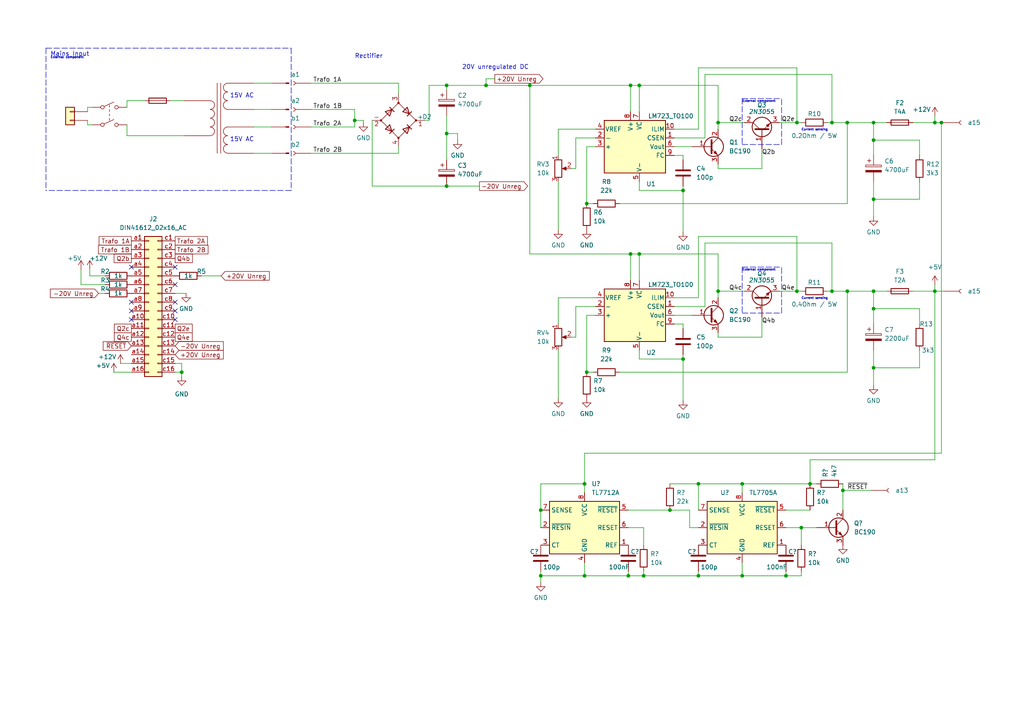
<source format=kicad_sch>
(kicad_sch (version 20211123) (generator eeschema)
  (paper "A4")
  (title_block (title "Z8C Power Supply") (date "2022-10-10") (rev "1") (comment 1 "+5V@1.5A , +12V@3A") (comment 3 "https://github.com/dennis9819/Z8C-Homebrew-Computer"))
  (lib_symbols
    (symbol "Connector:Conn_01x01_Female" (pin_numbers hide) (pin_names (offset 1.016) hide)
      (property "Reference" "J" (at 0 2.54 0))
      (property "Value" "Conn_01x01_Female" (at 0 -2.54 0))
      (symbol "Conn_01x01_Female_1_1"
        (pin passive line (at -5.08 0 0) (length 3.81) (name "Pin_1") (number "1"))
      )
    )
    (symbol "Connector:Conn_01x01_Male" (pin_numbers hide) (pin_names (offset 1.016) hide)
      (property "Reference" "J" (at 0 2.54 0))
      (property "Value" "Conn_01x01_Male" (at 0 -2.54 0))
      (symbol "Conn_01x01_Male_1_1"
        (pin passive line (at 5.08 0 180) (length 3.81) (name "Pin_1") (number "1"))
      )
    )
    (symbol "Connector:DIN41612_02x16_AC" (pin_names (offset 1.016) hide)
      (property "Reference" "J" (at 1.27 20.32 0))
      (property "Value" "DIN41612_02x16_AC" (at 1.27 -22.86 0))
      (symbol "DIN41612_02x16_AC_1_1"
        (pin passive line (at -5.08 17.78 0) (length 3.81) (name "Pin_a1") (number "a1"))
        (pin passive line (at -5.08 -5.08 0) (length 3.81) (name "Pin_a10") (number "a10"))
        (pin passive line (at -5.08 -7.62 0) (length 3.81) (name "Pin_a11") (number "a11"))
        (pin passive line (at -5.08 -10.16 0) (length 3.81) (name "Pin_a12") (number "a12"))
        (pin passive line (at -5.08 -12.7 0) (length 3.81) (name "Pin_a13") (number "a13"))
        (pin passive line (at -5.08 -15.24 0) (length 3.81) (name "Pin_a14") (number "a14"))
        (pin passive line (at -5.08 -17.78 0) (length 3.81) (name "Pin_a15") (number "a15"))
        (pin passive line (at -5.08 -20.32 0) (length 3.81) (name "Pin_a16") (number "a16"))
        (pin passive line (at -5.08 15.24 0) (length 3.81) (name "Pin_a2") (number "a2"))
        (pin passive line (at -5.08 12.7 0) (length 3.81) (name "Pin_a3") (number "a3"))
        (pin passive line (at -5.08 10.16 0) (length 3.81) (name "Pin_a4") (number "a4"))
        (pin passive line (at -5.08 7.62 0) (length 3.81) (name "Pin_a5") (number "a5"))
        (pin passive line (at -5.08 5.08 0) (length 3.81) (name "Pin_a6") (number "a6"))
        (pin passive line (at -5.08 2.54 0) (length 3.81) (name "Pin_a7") (number "a7"))
        (pin passive line (at -5.08 0 0) (length 3.81) (name "Pin_a8") (number "a8"))
        (pin passive line (at -5.08 -2.54 0) (length 3.81) (name "Pin_a9") (number "a9"))
        (pin passive line (at 7.62 17.78 180) (length 3.81) (name "Pin_c1") (number "c1"))
        (pin passive line (at 7.62 -5.08 180) (length 3.81) (name "Pin_c10") (number "c10"))
        (pin passive line (at 7.62 -7.62 180) (length 3.81) (name "Pin_c11") (number "c11"))
        (pin passive line (at 7.62 -10.16 180) (length 3.81) (name "Pin_c12") (number "c12"))
        (pin passive line (at 7.62 -12.7 180) (length 3.81) (name "Pin_c13") (number "c13"))
        (pin passive line (at 7.62 -15.24 180) (length 3.81) (name "Pin_c14") (number "c14"))
        (pin passive line (at 7.62 -17.78 180) (length 3.81) (name "Pin_c15") (number "c15"))
        (pin passive line (at 7.62 -20.32 180) (length 3.81) (name "Pin_c16") (number "c16"))
        (pin passive line (at 7.62 15.24 180) (length 3.81) (name "Pin_c2") (number "c2"))
        (pin passive line (at 7.62 12.7 180) (length 3.81) (name "Pin_c3") (number "c3"))
        (pin passive line (at 7.62 10.16 180) (length 3.81) (name "Pin_c4") (number "c4"))
        (pin passive line (at 7.62 7.62 180) (length 3.81) (name "Pin_c5") (number "c5"))
        (pin passive line (at 7.62 5.08 180) (length 3.81) (name "Pin_c6") (number "c6"))
        (pin passive line (at 7.62 2.54 180) (length 3.81) (name "Pin_c7") (number "c7"))
        (pin passive line (at 7.62 0 180) (length 3.81) (name "Pin_c8") (number "c8"))
        (pin passive line (at 7.62 -2.54 180) (length 3.81) (name "Pin_c9") (number "c9"))
      )
    )
    (symbol "Connector:TestPoint" (pin_numbers hide) (pin_names (offset 0.762) hide)
      (property "Reference" "TP" (at 0 6.858 0))
      (property "Value" "TestPoint" (at 0 5.08 0))
      (symbol "TestPoint_1_1"
        (pin passive line (at 0 0 90) (length 2.54) (name "1") (number "1"))
      )
    )
    (symbol "Connector_Generic:Conn_01x02" (pin_numbers hide) (pin_names (offset 1.016) hide)
      (property "Reference" "J" (at 0 2.54 0))
      (property "Value" "Conn_01x02" (at 0 -5.08 0))
      (symbol "Conn_01x02_1_1"
        (pin passive line (at -5.08 0 0) (length 3.81) (name "Pin_1") (number "1"))
        (pin passive line (at -5.08 -2.54 0) (length 3.81) (name "Pin_2") (number "2"))
      )
    )
    (symbol "Device:C" (pin_numbers hide) (pin_names (offset 0.254))
      (property "Reference" "C" (at 0.635 2.54 0))
      (property "Value" "C" (at 0.635 -2.54 0))
      (symbol "C_1_1"
        (pin passive line (at 0 3.81 270) (length 2.794) (name "~") (number "1"))
        (pin passive line (at 0 -3.81 90) (length 2.794) (name "~") (number "2"))
      )
    )
    (symbol "Device:C_Polarized" (pin_numbers hide) (pin_names (offset 0.254))
      (property "Reference" "C" (at 0.635 2.54 0))
      (property "Value" "C_Polarized" (at 0.635 -2.54 0))
      (symbol "C_Polarized_1_1"
        (pin passive line (at 0 3.81 270) (length 2.794) (name "~") (number "1"))
        (pin passive line (at 0 -3.81 90) (length 2.794) (name "~") (number "2"))
      )
    )
    (symbol "Device:D_Bridge_+-AA" (pin_names (offset 0))
      (property "Reference" "D" (at 2.54 6.985 0))
      (property "Value" "D_Bridge_+-AA" (at 2.54 5.08 0))
      (symbol "D_Bridge_+-AA_1_1"
        (pin passive line (at 7.62 0 180) (length 2.54) (name "+") (number "1"))
        (pin passive line (at -7.62 0 0) (length 2.54) (name "-") (number "2"))
        (pin passive line (at 0 7.62 270) (length 2.54) (name "~") (number "3"))
        (pin passive line (at 0 -7.62 90) (length 2.54) (name "~") (number "4"))
      )
    )
    (symbol "Device:D_Zener" (pin_numbers hide) (pin_names (offset 1.016) hide)
      (property "Reference" "D" (at 0 2.54 0))
      (property "Value" "D_Zener" (at 0 -2.54 0))
      (symbol "D_Zener_1_1"
        (pin passive line (at -3.81 0 0) (length 2.54) (name "K") (number "1"))
        (pin passive line (at 3.81 0 180) (length 2.54) (name "A") (number "2"))
      )
    )
    (symbol "Device:Fuse" (pin_numbers hide) (pin_names (offset 0))
      (property "Reference" "F" (at 2.032 0 90))
      (property "Value" "Fuse" (at -1.905 0 90))
      (symbol "Fuse_1_1"
        (pin passive line (at 0 3.81 270) (length 1.27) (name "~") (number "1"))
        (pin passive line (at 0 -3.81 90) (length 1.27) (name "~") (number "2"))
      )
    )
    (symbol "Device:Q_NPN_BCE" (pin_names (offset 0) hide)
      (property "Reference" "Q" (at 5.08 1.27 0))
      (property "Value" "Q_NPN_BCE" (at 5.08 -1.27 0))
      (symbol "Q_NPN_BCE_1_1"
        (pin input line (at -5.08 0 0) (length 5.715) (name "B") (number "1"))
        (pin passive line (at 2.54 5.08 270) (length 2.54) (name "C") (number "2"))
        (pin passive line (at 2.54 -5.08 90) (length 2.54) (name "E") (number "3"))
      )
    )
    (symbol "Device:R" (pin_numbers hide) (pin_names (offset 0))
      (property "Reference" "R" (at 2.032 0 90))
      (property "Value" "R" (at 0 0 90))
      (symbol "R_1_1"
        (pin passive line (at 0 3.81 270) (length 1.27) (name "~") (number "1"))
        (pin passive line (at 0 -3.81 90) (length 1.27) (name "~") (number "2"))
      )
    )
    (symbol "Device:R_Potentiometer" (pin_names (offset 1.016) hide)
      (property "Reference" "RV" (at -4.445 0 90))
      (property "Value" "R_Potentiometer" (at -2.54 0 90))
      (symbol "R_Potentiometer_1_1"
        (pin passive line (at 0 3.81 270) (length 1.27) (name "1") (number "1"))
        (pin passive line (at 3.81 0 180) (length 1.27) (name "2") (number "2"))
        (pin passive line (at 0 -3.81 90) (length 1.27) (name "3") (number "3"))
      )
    )
    (symbol "Device:Transformer_1P_2S" (pin_numbers hide) (pin_names (offset 1.016) hide)
      (property "Reference" "T" (at 0 12.7 0))
      (property "Value" "Transformer_1P_2S" (at 0 -12.7 0))
      (symbol "Transformer_1P_2S_1_1"
        (pin passive line (at -10.16 5.08 0) (length 7.62) (name "AA") (number "1"))
        (pin passive line (at -10.16 -5.08 0) (length 7.62) (name "AB") (number "2"))
        (pin passive line (at 10.16 10.16 180) (length 7.62) (name "SA") (number "3"))
        (pin passive line (at 10.16 2.54 180) (length 7.62) (name "SB") (number "4"))
        (pin passive line (at 10.16 -2.54 180) (length 7.62) (name "SC") (number "5"))
        (pin passive line (at 10.16 -10.16 180) (length 7.62) (name "SD") (number "6"))
      )
    )
    (symbol "Fuse_1" (pin_numbers hide) (pin_names (offset 0) hide)
      (property "Reference" "F" (at 2.032 0 90))
      (property "Value" "Fuse_1" (at -1.905 0 90))
      (symbol "Fuse_1_1_1"
        (pin passive line (at 0 3.81 270) (length 1.27) (name "~") (number "1"))
        (pin passive line (at 0 -3.81 90) (length 1.27) (name "~") (number "2"))
      )
    )
    (symbol "Power_Supervisor:TL7705A"
      (property "Reference" "U" (at -8.89 8.89 0))
      (property "Value" "TL7705A" (at 10.16 8.89 0))
      (symbol "TL7705A_1_1"
        (pin output line (at 12.7 -5.08 180) (length 2.54) (name "REF") (number "1"))
        (pin input line (at -12.7 0 0) (length 2.54) (name "~{RESIN}") (number "2"))
        (pin passive line (at -12.7 -5.08 0) (length 2.54) (name "CT") (number "3"))
        (pin power_in line (at 0 -10.16 90) (length 2.54) (name "GND") (number "4"))
        (pin open_collector line (at 12.7 5.08 180) (length 2.54) (name "~{RESET}") (number "5"))
        (pin open_collector line (at 12.7 0 180) (length 2.54) (name "RESET") (number "6"))
        (pin input line (at -12.7 5.08 0) (length 2.54) (name "SENSE") (number "7"))
        (pin power_in line (at 0 10.16 270) (length 2.54) (name "VCC") (number "8"))
      )
    )
    (symbol "Power_Supervisor:TL7712A"
      (property "Reference" "U" (at -8.89 8.89 0))
      (property "Value" "TL7712A" (at 10.16 8.89 0))
      (symbol "TL7712A_1_1"
        (pin output line (at 12.7 -5.08 180) (length 2.54) (name "REF") (number "1"))
        (pin input line (at -12.7 0 0) (length 2.54) (name "~{RESIN}") (number "2"))
        (pin passive line (at -12.7 -5.08 0) (length 2.54) (name "CT") (number "3"))
        (pin power_in line (at 0 -10.16 90) (length 2.54) (name "GND") (number "4"))
        (pin open_collector line (at 12.7 5.08 180) (length 2.54) (name "~{RESET}") (number "5"))
        (pin open_collector line (at 12.7 0 180) (length 2.54) (name "RESET") (number "6"))
        (pin input line (at -12.7 5.08 0) (length 2.54) (name "SENSE") (number "7"))
        (pin power_in line (at 0 10.16 270) (length 2.54) (name "VCC") (number "8"))
      )
    )
    (symbol "Regulator_Linear:LM723_TO100" (pin_names (offset 0.254))
      (property "Reference" "U" (at 0.635 10.795 0))
      (property "Value" "LM723_TO100" (at 0.635 8.89 0))
      (symbol "LM723_TO100_1_1"
        (pin input line (at 10.16 2.54 180) (length 2.54) (name "CSEN") (number "1"))
        (pin input line (at 10.16 5.08 180) (length 2.54) (name "ILIM") (number "10"))
        (pin input line (at -12.7 2.54 0) (length 2.54) (name "-") (number "2"))
        (pin input line (at -12.7 0 0) (length 2.54) (name "+") (number "3"))
        (pin power_out line (at -12.7 5.08 0) (length 2.54) (name "VREF") (number "4"))
        (pin power_in line (at 0 -10.16 90) (length 2.54) (name "V-") (number "5"))
        (pin power_out line (at 10.16 0 180) (length 2.54) (name "Vout") (number "6"))
        (pin power_in line (at 0 10.16 270) (length 2.54) (name "VC") (number "7"))
        (pin power_in line (at -2.54 10.16 270) (length 2.54) (name "V+") (number "8"))
        (pin input line (at 10.16 -2.54 180) (length 2.54) (name "FC") (number "9"))
      )
    )
    (symbol "Switch:SW_DPST" (pin_numbers hide) (pin_names (offset 0) hide)
      (property "Reference" "SW" (at 0 5.08 0))
      (property "Value" "SW_DPST" (at 0 -5.08 0))
      (symbol "SW_DPST_1_1"
        (pin passive line (at -5.08 -2.54 0) (length 2.54) (name "1") (number "1"))
        (pin passive line (at 5.08 -2.54 180) (length 2.54) (name "2") (number "2"))
        (pin passive line (at -5.08 2.54 0) (length 2.54) (name "3") (number "3"))
        (pin passive line (at 5.08 2.54 180) (length 2.54) (name "4") (number "4"))
      )
    )
    (symbol "power:+12V" (power) (pin_names (offset 0))
      (property "Value" "+12V" (at 0 3.556 0))
      (symbol "+12V_1_1"
        (pin power_in line (at 0 0 90) (length 0) hide (name "+12V") (number "1"))
      )
    )
    (symbol "power:+15V" (power) (pin_names (offset 0))
      (property "Value" "+15V" (at 0 3.556 0))
      (symbol "+15V_1_1"
        (pin power_in line (at 0 0 90) (length 0) hide (name "+15V") (number "1"))
      )
    )
    (symbol "power:+5V" (power) (pin_names (offset 0))
      (property "Value" "+5V" (at 0 3.556 0))
      (symbol "+5V_1_1"
        (pin power_in line (at 0 0 90) (length 0) hide (name "+5V") (number "1"))
      )
    )
    (symbol "power:GND" (power) (pin_names (offset 0))
      (property "Value" "GND" (at 0 -3.81 0))
      (symbol "GND_1_1"
        (pin power_in line (at 0 0 270) (length 0) hide (name "GND") (number "1"))
      )
    )
  )
  (junction (at 129.54 24.765))
  (junction (at 208.28 84.455))
  (junction (at -55.245 65.405))
  (junction (at 245.745 35.56))
  (junction (at 153.67 24.765))
  (junction (at 241.3 35.56))
  (junction (at 170.18 59.055))
  (junction (at 231.14 35.56))
  (junction (at 202.565 167.005))
  (junction (at 241.3 84.455))
  (junction (at 169.545 140.335))
  (junction (at 208.28 35.56))
  (junction (at 227.965 167.005))
  (junction (at 253.365 106.68))
  (junction (at 129.54 38.735))
  (junction (at 185.42 24.765))
  (junction (at 185.42 73.66))
  (junction (at 253.365 35.56))
  (junction (at 198.12 104.14))
  (junction (at 198.12 55.245))
  (junction (at 273.05 35.56))
  (junction (at -99.695 65.405))
  (junction (at 215.265 140.335))
  (junction (at 182.88 24.765))
  (junction (at 129.54 53.975))
  (junction (at 231.14 84.455))
  (junction (at 202.565 140.335))
  (junction (at 253.365 89.535))
  (junction (at 182.245 167.005))
  (junction (at 232.41 153.035))
  (junction (at 245.745 84.455))
  (junction (at 102.87 34.925))
  (junction (at 186.69 167.005))
  (junction (at 244.475 142.24))
  (junction (at 170.18 107.95))
  (junction (at 169.545 167.005))
  (junction (at -87.63 76.835))
  (junction (at 234.95 140.335))
  (junction (at -87.63 65.405))
  (junction (at 271.145 35.56))
  (junction (at 182.88 73.66))
  (junction (at 253.365 84.455))
  (junction (at 194.31 147.955))
  (junction (at 215.265 167.005))
  (junction (at 271.145 84.455))
  (junction (at 156.845 167.005))
  (junction (at -83.82 65.405))
  (junction (at 140.97 24.765))
  (junction (at 253.365 40.64))
  (junction (at 52.705 107.95))
  (junction (at 253.365 57.785))
  (junction (at 156.845 147.955))
  (no_connect (at 50.8 92.71))
  (no_connect (at 38.1 92.71))
  (no_connect (at 38.1 90.17))
  (no_connect (at 38.1 87.63))
  (no_connect (at 50.8 90.17))
  (no_connect (at 50.8 87.63))
  (no_connect (at 38.1 77.47))
  (no_connect (at 50.8 82.55))
  (no_connect (at 50.8 77.47))
  (wire (pts (xy 227.965 153.035) (xy 232.41 153.035)))
  (wire (pts (xy 241.3 21.59) (xy 241.3 35.56)))
  (wire (pts (xy 167.005 97.79) (xy 167.005 88.9)))
  (wire (pts (xy 156.845 147.955) (xy 156.845 153.035)))
  (wire (pts (xy 167.005 88.9) (xy 172.72 88.9)))
  (wire (pts (xy 52.705 107.95) (xy 52.705 109.22)))
  (wire (pts (xy -87.63 76.835) (xy -87.63 78.105)))
  (wire (pts (xy 182.88 73.66) (xy 185.42 73.66)))
  (wire (pts (xy 49.53 29.21) (xy 53.34 29.21)))
  (wire (pts (xy 253.365 35.56) (xy 257.175 35.56)))
  (wire (pts (xy 198.12 45.085) (xy 198.12 46.355)))
  (polyline (pts (xy 215.265 41.91) (xy 226.695 41.91)))
  (wire (pts (xy 194.31 147.955) (xy 200.025 147.955)))
  (polyline (pts (xy 226.695 90.805) (xy 226.695 77.47)))
  (wire (pts (xy 204.47 88.9) (xy 204.47 70.485)))
  (wire (pts (xy 165.735 48.895) (xy 167.005 48.895)))
  (wire (pts (xy 231.14 35.56) (xy 232.41 35.56)))
  (wire (pts (xy 204.47 40.005) (xy 204.47 21.59)))
  (polyline (pts (xy -125.095 55.88) (xy -64.77 55.88)))
  (wire (pts (xy 186.69 153.035) (xy 186.69 158.115)))
  (wire (pts (xy 73.66 31.75) (xy 78.74 31.75)))
  (wire (pts (xy 50.8 105.41) (xy 52.705 105.41)))
  (wire (pts (xy 179.705 59.055) (xy 245.745 59.055)))
  (wire (pts (xy 231.14 68.58) (xy 231.14 84.455)))
  (wire (pts (xy 156.845 167.005) (xy 169.545 167.005)))
  (wire (pts (xy 182.245 153.035) (xy 186.69 153.035)))
  (wire (pts (xy 185.42 101.6) (xy 185.42 104.14)))
  (wire (pts (xy 185.42 55.245) (xy 198.12 55.245)))
  (wire (pts (xy 172.72 86.36) (xy 161.925 86.36)))
  (wire (pts (xy 156.845 140.335) (xy 169.545 140.335)))
  (polyline (pts (xy 215.265 77.47) (xy 226.695 77.47)))
  (polyline (pts (xy 215.265 77.47) (xy 215.265 90.805)))
  (wire (pts (xy 208.28 47.625) (xy 208.28 48.895)))
  (wire (pts (xy 90.17 44.45) (xy 115.57 44.45)))
  (wire (pts (xy 90.17 36.83) (xy 102.87 36.83)))
  (wire (pts (xy 170.18 107.95) (xy 170.18 91.44)))
  (wire (pts (xy 36.83 39.37) (xy 36.83 36.195)))
  (wire (pts (xy 195.58 88.9) (xy 204.47 88.9)))
  (wire (pts (xy 50.8 85.09) (xy 53.975 85.09)))
  (wire (pts (xy -31.75 79.375) (xy -31.75 83.185)))
  (wire (pts (xy 264.795 35.56) (xy 271.145 35.56)))
  (wire (pts (xy 195.58 42.545) (xy 200.66 42.545)))
  (wire (pts (xy 73.66 24.13) (xy 78.74 24.13)))
  (polyline (pts (xy -62.865 57.785) (xy -62.865 89.535)))
  (wire (pts (xy 102.87 34.925) (xy 105.41 34.925)))
  (wire (pts (xy 140.97 24.765) (xy 153.67 24.765)))
  (wire (pts (xy 253.365 89.535) (xy 266.7 89.535)))
  (wire (pts (xy 271.145 133.35) (xy 234.95 133.35)))
  (polyline (pts (xy 13.335 13.97) (xy 13.335 55.245)))
  (polyline (pts (xy -18.415 89.535) (xy -18.415 55.88)))
  (wire (pts (xy 234.95 140.335) (xy 236.855 140.335)))
  (wire (pts (xy 244.475 142.24) (xy 252.73 142.24)))
  (wire (pts (xy 198.12 93.98) (xy 198.12 95.25)))
  (wire (pts (xy 170.18 42.545) (xy 172.72 42.545)))
  (wire (pts (xy 226.06 84.455) (xy 231.14 84.455)))
  (wire (pts (xy 264.795 84.455) (xy 271.145 84.455)))
  (wire (pts (xy 167.005 48.895) (xy 167.005 40.005)))
  (wire (pts (xy -83.82 65.405) (xy -55.245 65.405)))
  (wire (pts (xy 182.88 24.765) (xy 185.42 24.765)))
  (wire (pts (xy -51.435 75.565) (xy -39.37 75.565)))
  (wire (pts (xy 115.57 44.45) (xy 115.57 42.545)))
  (wire (pts (xy 195.58 93.98) (xy 198.12 93.98)))
  (wire (pts (xy 169.545 131.445) (xy 169.545 140.335)))
  (wire (pts (xy 23.495 82.55) (xy 30.48 82.55)))
  (wire (pts (xy 140.97 22.86) (xy 140.97 24.765)))
  (wire (pts (xy 198.12 53.975) (xy 198.12 55.245)))
  (wire (pts (xy 195.58 37.465) (xy 202.565 37.465)))
  (wire (pts (xy 90.17 24.13) (xy 115.57 24.13)))
  (wire (pts (xy -55.245 79.375) (xy -55.245 83.185)))
  (wire (pts (xy 73.66 44.45) (xy 78.74 44.45)))
  (wire (pts (xy 185.42 73.66) (xy 208.28 73.66)))
  (wire (pts (xy 64.135 80.01) (xy 58.42 80.01)))
  (wire (pts (xy 25.4 36.195) (xy 25.4 34.925)))
  (wire (pts (xy 253.365 62.865) (xy 253.365 57.785)))
  (wire (pts (xy 41.91 29.21) (xy 36.83 29.21)))
  (wire (pts (xy 245.745 59.055) (xy 245.745 35.56)))
  (wire (pts (xy 215.265 167.005) (xy 227.965 167.005)))
  (wire (pts (xy -39.37 75.565) (xy -39.37 59.69)))
  (wire (pts (xy 215.265 140.335) (xy 234.95 140.335)))
  (wire (pts (xy 266.7 40.64) (xy 266.7 45.085)))
  (wire (pts (xy 185.42 24.765) (xy 208.28 24.765)))
  (wire (pts (xy 169.545 140.335) (xy 169.545 142.875)))
  (wire (pts (xy 23.495 78.105) (xy 23.495 82.55)))
  (wire (pts (xy 198.12 102.87) (xy 198.12 104.14)))
  (wire (pts (xy 129.54 38.735) (xy 132.715 38.735)))
  (wire (pts (xy -87.63 76.835) (xy -87.63 74.93)))
  (wire (pts (xy -55.245 65.405) (xy -55.245 71.755)))
  (wire (pts (xy -99.695 76.835) (xy -87.63 76.835)))
  (wire (pts (xy 202.565 86.36) (xy 202.565 68.58)))
  (wire (pts (xy 156.845 168.91) (xy 156.845 167.005)))
  (wire (pts (xy 245.745 35.56) (xy 253.365 35.56)))
  (wire (pts (xy 215.9 84.455) (xy 208.28 84.455)))
  (wire (pts (xy 241.3 70.485) (xy 241.3 84.455)))
  (wire (pts (xy 182.88 73.66) (xy 182.88 81.28)))
  (wire (pts (xy 156.845 147.955) (xy 156.845 140.335)))
  (wire (pts (xy 208.28 48.895) (xy 220.98 48.895)))
  (wire (pts (xy -99.695 65.405) (xy -87.63 65.405)))
  (wire (pts (xy -100.965 65.405) (xy -99.695 65.405)))
  (wire (pts (xy 186.69 167.005) (xy 202.565 167.005)))
  (polyline (pts (xy 215.265 28.575) (xy 226.695 28.575)))
  (wire (pts (xy 253.365 106.68) (xy 253.365 101.6)))
  (wire (pts (xy 227.965 167.005) (xy 232.41 167.005)))
  (polyline (pts (xy 226.695 41.91) (xy 226.695 28.575)))
  (wire (pts (xy 185.42 104.14) (xy 198.12 104.14)))
  (wire (pts (xy 234.95 133.35) (xy 234.95 140.335)))
  (wire (pts (xy 253.365 35.56) (xy 253.365 40.64)))
  (wire (pts (xy 227.965 167.005) (xy 227.965 165.735)))
  (wire (pts (xy 266.7 101.6) (xy 266.7 106.68)))
  (wire (pts (xy 271.145 84.455) (xy 273.685 84.455)))
  (wire (pts (xy 169.545 167.005) (xy 182.245 167.005)))
  (wire (pts (xy 253.365 40.64) (xy 266.7 40.64)))
  (wire (pts (xy 167.005 40.005) (xy 172.72 40.005)))
  (polyline (pts (xy -62.865 55.88) (xy -62.865 57.785)))
  (wire (pts (xy 245.745 84.455) (xy 253.365 84.455)))
  (wire (pts (xy 172.72 37.465) (xy 161.925 37.465)))
  (wire (pts (xy 208.28 73.66) (xy 208.28 84.455)))
  (wire (pts (xy 241.3 84.455) (xy 245.745 84.455)))
  (wire (pts (xy -87.63 65.405) (xy -87.63 67.31)))
  (wire (pts (xy 153.67 73.66) (xy 153.67 24.765)))
  (wire (pts (xy 200.025 147.955) (xy 200.025 153.035)))
  (wire (pts (xy 90.17 31.75) (xy 102.87 31.75)))
  (wire (pts (xy 204.47 21.59) (xy 241.3 21.59)))
  (wire (pts (xy 26.035 80.01) (xy 30.48 80.01)))
  (wire (pts (xy 132.715 38.735) (xy 132.715 40.64)))
  (wire (pts (xy 232.41 167.005) (xy 232.41 165.735)))
  (wire (pts (xy 124.46 34.925) (xy 124.46 24.765)))
  (wire (pts (xy 129.54 24.765) (xy 129.54 26.035)))
  (wire (pts (xy 33.02 107.95) (xy 38.1 107.95)))
  (wire (pts (xy 245.745 107.95) (xy 245.745 84.455)))
  (wire (pts (xy 34.925 105.41) (xy 38.1 105.41)))
  (wire (pts (xy 156.845 167.005) (xy 156.845 165.735)))
  (polyline (pts (xy 13.335 13.97) (xy 84.455 13.97)))
  (wire (pts (xy 195.58 86.36) (xy 202.565 86.36)))
  (wire (pts (xy 73.66 36.83) (xy 78.74 36.83)))
  (wire (pts (xy 226.06 35.56) (xy 231.14 35.56)))
  (wire (pts (xy 273.05 35.56) (xy 273.05 131.445)))
  (wire (pts (xy 194.31 140.335) (xy 202.565 140.335)))
  (polyline (pts (xy 84.455 13.97) (xy 84.455 55.245)))
  (polyline (pts (xy -18.415 55.88) (xy -62.865 55.88)))
  (wire (pts (xy 25.4 31.115) (xy 25.4 32.385)))
  (wire (pts (xy 220.98 48.895) (xy 220.98 43.18)))
  (wire (pts (xy 253.365 57.785) (xy 253.365 52.705)))
  (wire (pts (xy 50.8 107.95) (xy 52.705 107.95)))
  (wire (pts (xy 195.58 40.005) (xy 204.47 40.005)))
  (wire (pts (xy 185.42 73.66) (xy 185.42 81.28)))
  (wire (pts (xy 129.54 33.655) (xy 129.54 38.735)))
  (wire (pts (xy 266.7 57.785) (xy 253.365 57.785)))
  (wire (pts (xy 208.28 96.52) (xy 208.28 97.79)))
  (wire (pts (xy 227.965 147.955) (xy 234.95 147.955)))
  (wire (pts (xy 36.83 29.21) (xy 36.83 31.115)))
  (wire (pts (xy 195.58 45.085) (xy 198.12 45.085)))
  (wire (pts (xy 185.42 52.705) (xy 185.42 55.245)))
  (wire (pts (xy 202.565 68.58) (xy 231.14 68.58)))
  (wire (pts (xy 179.705 107.95) (xy 245.745 107.95)))
  (wire (pts (xy 266.7 89.535) (xy 266.7 93.98)))
  (wire (pts (xy 253.365 84.455) (xy 253.365 89.535)))
  (polyline (pts (xy -62.865 89.535) (xy -18.415 89.535)))
  (wire (pts (xy 208.28 24.765) (xy 208.28 35.56)))
  (wire (pts (xy 185.42 24.765) (xy 185.42 32.385)))
  (wire (pts (xy 115.57 24.13) (xy 115.57 27.305)))
  (wire (pts (xy 202.565 147.955) (xy 202.565 140.335)))
  (wire (pts (xy 215.265 167.005) (xy 215.265 163.195)))
  (wire (pts (xy 266.7 52.705) (xy 266.7 57.785)))
  (wire (pts (xy 200.025 153.035) (xy 202.565 153.035)))
  (wire (pts (xy 182.245 147.955) (xy 194.31 147.955)))
  (wire (pts (xy 26.67 31.115) (xy 25.4 31.115)))
  (wire (pts (xy 143.51 22.86) (xy 140.97 22.86)))
  (wire (pts (xy 271.145 84.455) (xy 271.145 133.35)))
  (wire (pts (xy 52.705 105.41) (xy 52.705 107.95)))
  (wire (pts (xy -83.82 65.405) (xy -87.63 65.405)))
  (wire (pts (xy 129.54 38.735) (xy 129.54 46.355)))
  (wire (pts (xy 204.47 70.485) (xy 241.3 70.485)))
  (polyline (pts (xy -64.77 55.88) (xy -64.77 84.455)))
  (wire (pts (xy 232.41 153.035) (xy 236.855 153.035)))
  (wire (pts (xy 153.67 24.765) (xy 182.88 24.765)))
  (wire (pts (xy 244.475 147.955) (xy 244.475 142.24)))
  (wire (pts (xy 240.03 35.56) (xy 241.3 35.56)))
  (wire (pts (xy 198.12 104.14) (xy 198.12 116.205)))
  (wire (pts (xy 202.565 37.465) (xy 202.565 19.685)))
  (wire (pts (xy 165.735 97.79) (xy 167.005 97.79)))
  (polyline (pts (xy -125.095 55.88) (xy -125.095 84.455)))
  (wire (pts (xy 53.34 39.37) (xy 36.83 39.37)))
  (wire (pts (xy 182.88 24.765) (xy 182.88 32.385)))
  (wire (pts (xy 202.565 167.005) (xy 215.265 167.005)))
  (wire (pts (xy 161.925 101.6) (xy 161.925 115.57)))
  (wire (pts (xy 215.9 35.56) (xy 208.28 35.56)))
  (wire (pts (xy -55.245 62.865) (xy -55.245 65.405)))
  (wire (pts (xy 241.3 35.56) (xy 245.745 35.56)))
  (wire (pts (xy 170.18 107.95) (xy 172.085 107.95)))
  (wire (pts (xy 215.265 140.335) (xy 215.265 142.875)))
  (wire (pts (xy 231.14 19.685) (xy 231.14 35.56)))
  (wire (pts (xy 186.69 167.005) (xy 186.69 165.735)))
  (wire (pts (xy 182.245 167.005) (xy 186.69 167.005)))
  (wire (pts (xy 170.18 91.44) (xy 172.72 91.44)))
  (wire (pts (xy 161.925 52.705) (xy 161.925 66.675)))
  (wire (pts (xy -55.245 62.865) (xy -31.75 62.865)))
  (wire (pts (xy 240.03 84.455) (xy 241.3 84.455)))
  (wire (pts (xy 107.95 34.925) (xy 107.95 53.975)))
  (wire (pts (xy 123.19 34.925) (xy 124.46 34.925)))
  (wire (pts (xy 26.67 36.195) (xy 25.4 36.195)))
  (wire (pts (xy 124.46 24.765) (xy 129.54 24.765)))
  (wire (pts (xy 271.145 35.56) (xy 273.05 35.56)))
  (wire (pts (xy 102.87 31.75) (xy 102.87 34.925)))
  (polyline (pts (xy -64.77 84.455) (xy -125.095 84.455)))
  (wire (pts (xy 253.365 111.76) (xy 253.365 106.68)))
  (wire (pts (xy 253.365 84.455) (xy 257.175 84.455)))
  (wire (pts (xy 253.365 89.535) (xy 253.365 93.98)))
  (wire (pts (xy 273.05 35.56) (xy 273.685 35.56)))
  (wire (pts (xy 208.28 97.79) (xy 220.98 97.79)))
  (wire (pts (xy 182.245 167.005) (xy 182.245 165.735)))
  (wire (pts (xy 231.14 84.455) (xy 232.41 84.455)))
  (wire (pts (xy 232.41 153.035) (xy 232.41 158.115)))
  (wire (pts (xy 170.18 59.055) (xy 172.085 59.055)))
  (polyline (pts (xy 215.265 90.805) (xy 226.695 90.805)))
  (wire (pts (xy 129.54 53.975) (xy 139.065 53.975)))
  (wire (pts (xy 208.28 35.56) (xy 208.28 37.465)))
  (polyline (pts (xy 84.455 55.245) (xy 13.335 55.245)))
  (wire (pts (xy 195.58 91.44) (xy 200.66 91.44)))
  (wire (pts (xy 170.18 59.055) (xy 170.18 42.545)))
  (wire (pts (xy 244.475 140.335) (xy 244.475 142.24)))
  (wire (pts (xy 129.54 24.765) (xy 140.97 24.765)))
  (wire (pts (xy 253.365 40.64) (xy 253.365 45.085)))
  (wire (pts (xy 161.925 37.465) (xy 161.925 45.085)))
  (wire (pts (xy 202.565 140.335) (xy 215.265 140.335)))
  (wire (pts (xy 208.28 84.455) (xy 208.28 86.36)))
  (wire (pts (xy 266.7 106.68) (xy 253.365 106.68)))
  (wire (pts (xy 198.12 55.245) (xy 198.12 67.31)))
  (wire (pts (xy 182.88 73.66) (xy 153.67 73.66)))
  (wire (pts (xy 26.035 78.105) (xy 26.035 80.01)))
  (wire (pts (xy 273.05 131.445) (xy 169.545 131.445)))
  (wire (pts (xy 220.98 97.79) (xy 220.98 92.075)))
  (wire (pts (xy 202.565 167.005) (xy 202.565 165.735)))
  (wire (pts (xy -99.695 74.93) (xy -99.695 76.835)))
  (wire (pts (xy 102.87 36.83) (xy 102.87 34.925)))
  (wire (pts (xy 271.145 84.455) (xy 271.145 82.55)))
  (wire (pts (xy 107.95 53.975) (xy 129.54 53.975)))
  (wire (pts (xy 169.545 167.005) (xy 169.545 163.195)))
  (wire (pts (xy 271.145 35.56) (xy 271.145 33.655)))
  (wire (pts (xy 28.575 85.09) (xy 30.48 85.09)))
  (polyline (pts (xy 215.265 28.575) (xy 215.265 41.91)))
  (wire (pts (xy 161.925 86.36) (xy 161.925 93.98)))
  (wire (pts (xy 202.565 19.685) (xy 231.14 19.685)))
  (wire (pts (xy 105.41 34.925) (xy 105.41 35.56)))
  (wire (pts (xy -99.695 65.405) (xy -99.695 67.31)))
  (wire (pts (xy -31.75 62.865) (xy -31.75 71.755)))
  (text "External component" (at 14.605 17.145 0) (effects (font (size 0.635 0.635)) (justify left bottom)))
  (text "Mains Input" (at 14.605 16.51 0) (effects (font (size 1.27 1.27)) (justify left bottom)))
  (text "20V unregulated DC" (at 133.985 20.32 0) (effects (font (size 1.27 1.27)) (justify left bottom)))
  (text "External component" (at 215.265 78.74 0) (effects (font (size 0.635 0.635)) (justify left bottom)))
  (text "Voltage Adjustment (5V, 12V)" (at -60.325 58.42 0) (effects (font (size 1.27 1.27)) (justify left bottom)))
  (text "15V AC\n" (at 66.675 28.575 0) (effects (font (size 1.27 1.27)) (justify left bottom)))
  (text "15V AC\n" (at 66.675 41.275 0) (effects (font (size 1.27 1.27)) (justify left bottom)))
  (text "Current sensing" (at 232.41 38.1 0) (effects (font (size 0.635 0.635)) (justify left bottom)))
  (text "External component" (at 215.265 29.845 0) (effects (font (size 0.635 0.635)) (justify left bottom)))
  (text "Rectifier" (at 102.87 17.145 0) (effects (font (size 1.27 1.27)) (justify left bottom)))
  (text "15V reference Voltage\n" (at -92.71 58.42 0) (effects (font (size 1.27 1.27)) (justify left bottom)))
  (text "Current sensing" (at 232.41 86.995 0) (effects (font (size 0.635 0.635)) (justify left bottom)))
  (label "Q2c" (at 211.455 35.56 0))
  (label "Q2b" (at 220.98 45.085 0))
  (label "Vadj_12V" (at -50.165 75.565 0))
  (label "Trafo 2B" (at 90.805 44.45 0))
  (label "Q2e" (at 226.695 35.56 0))
  (label "Trafo 2A" (at 90.805 36.83 0))
  (label "Q4c" (at 211.455 84.455 0))
  (label "Q4e" (at 226.695 84.455 0))
  (label "Trafo 1A" (at 90.805 24.13 0))
  (label "Vadj_5V" (at -27.305 75.565 0))
  (label "Q4b" (at 220.98 93.98 0))
  (label "Trafo 1B" (at 90.805 31.75 0))
  (label "~{RESET}" (at 245.745 142.24 0))
  (global_label "Q2b" (shape passive) (at 38.1 74.93 180) (property "Intersheet References" "${INTERSHEET_REFS}" (effects hide)))
  (global_label "-20V Unreg" (shape output) (at 139.065 53.975 0) (property "Intersheet References" "${INTERSHEET_REFS}" (effects hide)))
  (global_label "~{RESET}" (shape input) (at 38.1 100.33 180) (property "Intersheet References" "${INTERSHEET_REFS}" (effects hide)))
  (global_label "+20V Unreg" (shape output) (at 143.51 22.86 0) (property "Intersheet References" "${INTERSHEET_REFS}" (effects hide)))
  (global_label "Trafo 2B" (shape passive) (at 50.8 72.39 0) (property "Intersheet References" "${INTERSHEET_REFS}" (effects hide)))
  (global_label "Q4b" (shape passive) (at 50.8 74.93 0) (property "Intersheet References" "${INTERSHEET_REFS}" (effects hide)))
  (global_label "-20V Unreg" (shape input) (at 50.8 100.33 0) (property "Intersheet References" "${INTERSHEET_REFS}" (effects hide)))
  (global_label "Trafo 2A" (shape passive) (at 50.8 69.85 0) (property "Intersheet References" "${INTERSHEET_REFS}" (effects hide)))
  (global_label "-20V Unreg" (shape input) (at 28.575 85.09 180) (property "Intersheet References" "${INTERSHEET_REFS}" (effects hide)))
  (global_label "+20V Unreg" (shape input) (at 50.8 102.87 0) (property "Intersheet References" "${INTERSHEET_REFS}" (effects hide)))
  (global_label "+20V Unreg" (shape input) (at 64.135 80.01 0) (property "Intersheet References" "${INTERSHEET_REFS}" (effects hide)))
  (global_label "+20V Unreg" (shape input) (at -108.585 65.405 180) (property "Intersheet References" "${INTERSHEET_REFS}" (effects hide)))
  (global_label "Trafo 1A" (shape passive) (at 38.1 69.85 180) (property "Intersheet References" "${INTERSHEET_REFS}" (effects hide)))
  (global_label "Q2c" (shape passive) (at 38.1 95.25 180) (property "Intersheet References" "${INTERSHEET_REFS}" (effects hide)))
  (global_label "Q2e" (shape passive) (at 50.8 95.25 0) (property "Intersheet References" "${INTERSHEET_REFS}" (effects hide)))
  (global_label "Q4c" (shape passive) (at 38.1 97.79 180) (property "Intersheet References" "${INTERSHEET_REFS}" (effects hide)))
  (global_label "Trafo 1B" (shape passive) (at 38.1 72.39 180) (property "Intersheet References" "${INTERSHEET_REFS}" (effects hide)))
  (global_label "Q4e" (shape passive) (at 50.8 97.79 0) (property "Intersheet References" "${INTERSHEET_REFS}" (effects hide)))
  (symbol (lib_id "Device:R") (at 34.29 80.01 90) (unit 1)
    (property "Reference" "R2" (at 30.48 78.74 90))
    (property "Value" "1k" (at 34.29 80.01 90))
  )
  (symbol (lib_id "power:GND") (at 105.41 35.56 0) (unit 1)
    (property "Reference" "#PWR011" (effects hide))
    (property "Value" "GND" (at 105.41 40.005 0))
  )
  (symbol (lib_id "power:+15V") (at -87.63 65.405 0) (unit 1)
    (property "Reference" "#PWR01" (effects hide))
    (property "Value" "+15V" (at -87.63 60.325 0))
  )
  (symbol (lib_id "Regulator_Linear:LM723_TO100") (at 185.42 91.44 0) (unit 1)
    (property "Reference" "U2" (at 187.4394 102.235 0) (effects (justify left)))
    (property "Value" "LM723_TO100" (at 187.96 82.55 0) (effects (justify left)))
    (property "Footprint" "Package_TO_SOT_THT:TO-100-10" (effects hide))
    (property "Datasheet" "http://www.ti.com/lit/ds/symlink/lm723.pdf" (effects hide))
  )
  (symbol (lib_id "Device:C_Polarized") (at 129.54 50.165 0) (unit 1)
    (property "Reference" "C3" (at 132.715 48.0059 0) (effects (justify left)))
    (property "Value" "4700uF" (at 132.715 50.5459 0) (effects (justify left)))
  )
  (symbol (lib_id "power:GND") (at 52.705 109.22 0) (unit 1)
    (property "Reference" "#PWR09" (effects hide))
    (property "Value" "GND" (at 52.705 114.3 0))
  )
  (symbol (lib_id "power:+12V") (at 271.145 33.655 0) (unit 1)
    (property "Reference" "#PWR021" (effects hide))
    (property "Value" "+12V" (at 267.335 31.75 0))
  )
  (symbol (lib_id "Connector:Conn_01x01_Female") (at 278.765 35.56 0) (unit 1) (in_bom no) (on_board no)
    (property "Reference" "J?" (effects hide))
    (property "Value" "a15" (at 280.67 35.5599 0) (effects (justify left)))
  )
  (symbol (lib_id "Connector_Generic:Conn_01x02") (at 20.32 34.925 180) (unit 1) (in_bom no) (on_board no)
    (property "Reference" "J1" (effects hide))
    (property "Value" "Conn_01x02" (effects hide))
  )
  (symbol (lib_id "Device:R") (at 175.895 59.055 90) (unit 1)
    (property "Reference" "R8" (at 175.895 52.705 90))
    (property "Value" "22k" (at 175.895 55.245 90))
  )
  (symbol (lib_id "Device:R_Potentiometer") (at 161.925 97.79 0) (unit 1)
    (property "Reference" "RV4" (at 159.385 96.5199 0) (effects (justify right)))
    (property "Value" "10k" (at 159.385 99.0599 0) (effects (justify right)))
  )
  (symbol (lib_id "Power_Supervisor:TL7705A") (at 215.265 153.035 0) (unit 1)
    (property "Reference" "U?" (at 208.915 142.875 0) (effects (justify left)))
    (property "Value" "TL7705A" (at 217.2844 142.875 0) (effects (justify left)))
    (property "Datasheet" "http://www.ti.com.cn/cn/lit/ds/symlink/tl7705a.pdf" (effects hide))
  )
  (symbol (lib_id "Device:C_Polarized") (at -87.63 71.12 0) (unit 1)
    (property "Reference" "C1" (at -83.82 68.9609 0) (effects (justify left)))
    (property "Value" "220uF" (at -83.82 71.5009 0) (effects (justify left)))
  )
  (symbol (lib_id "power:GND") (at 170.18 66.675 0) (mirror y) (unit 1)
    (property "Reference" "#PWR015" (effects hide))
    (property "Value" "GND" (at 170.18 71.12 0))
  )
  (symbol (lib_id "power:GND") (at -87.63 78.105 0) (unit 1)
    (property "Reference" "#PWR02" (effects hide))
    (property "Value" "GND" (at -87.63 82.55 0))
  )
  (symbol (lib_id "Connector:Conn_01x01_Female") (at 257.81 142.24 0) (unit 1) (in_bom no) (on_board no)
    (property "Reference" "J?" (effects hide))
    (property "Value" "a13" (at 259.715 142.2399 0) (effects (justify left)))
  )
  (symbol (lib_id "Connector:Conn_01x01_Female") (at 278.765 84.455 0) (unit 1) (in_bom no) (on_board no)
    (property "Reference" "J?" (effects hide))
    (property "Value" "a15" (at 280.67 84.4549 0) (effects (justify left)))
  )
  (symbol (lib_id "Device:C") (at 227.965 161.925 0) (mirror y) (unit 1)
    (property "Reference" "C?" (at 228.6 160.02 0) (effects (justify right)))
    (property "Value" "100nF" (at 222.25 164.465 0) (effects (justify right)))
  )
  (symbol (lib_id "Device:R") (at 54.61 80.01 270) (mirror x) (unit 1)
    (property "Reference" "R5" (at 58.42 78.74 90))
    (property "Value" "1k" (at 54.61 80.01 90))
  )
  (symbol (lib_id "Power_Supervisor:TL7712A") (at 169.545 153.035 0) (unit 1)
    (property "Reference" "U?" (at 171.5644 140.335 0) (effects (justify left)))
    (property "Value" "TL7712A" (at 171.5644 142.875 0) (effects (justify left)))
    (property "Datasheet" "http://www.ti.com.cn/cn/lit/ds/symlink/tl7705a.pdf" (effects hide))
  )
  (symbol (lib_id "Device:C_Polarized") (at 253.365 97.79 0) (unit 1)
    (property "Reference" "C7" (at 256.54 95.6309 0) (effects (justify left)))
    (property "Value" "2200uF" (at 256.54 98.1709 0) (effects (justify left)))
  )
  (symbol (lib_id "Device:R_Potentiometer") (at -31.75 75.565 0) (unit 1)
    (property "Reference" "RV2" (at -33.655 74.2949 0) (effects (justify right)))
    (property "Value" "10K" (at -33.655 76.8349 0) (effects (justify right)))
  )
  (symbol (lib_id "Device:R") (at 236.22 35.56 90) (unit 1)
    (property "Reference" "R10" (at 236.22 33.02 90))
    (property "Value" "0.2Ohm / 5W" (at 236.22 39.37 90))
  )
  (symbol (lib_id "Device:D_Bridge_+-AA") (at 115.57 34.925 0) (unit 1)
    (property "Reference" "D2" (at 123.825 33.8836 0))
    (property "Value" "D_Bridge_+-AA" (effects hide))
  )
  (symbol (lib_id "Device:C_Polarized") (at 253.365 48.895 0) (unit 1)
    (property "Reference" "C6" (at 256.54 46.7359 0) (effects (justify left)))
    (property "Value" "4700uF" (at 256.54 49.2759 0) (effects (justify left)))
  )
  (symbol (lib_id "Device:R") (at 232.41 161.925 0) (unit 1)
    (property "Reference" "R?" (at 234.315 160.655 0) (effects (justify left)))
    (property "Value" "10k" (at 234.315 163.195 0) (effects (justify left)))
  )
  (symbol (lib_id "Connector:Conn_01x01_Female") (at 85.09 24.13 0) (mirror y) (unit 1) (in_bom no) (on_board no)
    (property "Reference" "J7" (effects hide))
    (property "Value" "a1" (at 85.725 21.59 0))
  )
  (symbol (lib_id "Device:C") (at 198.12 50.165 0) (unit 1)
    (property "Reference" "C4" (at 201.93 48.8949 0) (effects (justify left)))
    (property "Value" "100p" (at 201.93 51.4349 0) (effects (justify left)))
  )
  (symbol (lib_id "Device:Transformer_1P_2S") (at 63.5 34.29 0) (unit 1) (in_bom no) (on_board no)
    (property "Reference" "T1" (effects hide))
    (property "Value" "Transformer_1P_2S" (effects hide))
  )
  (symbol (lib_name "Fuse_1") (lib_id "Device:Fuse") (at 45.72 29.21 90) (unit 1) (in_bom no) (on_board no)
    (property "Reference" "F1" (effects hide))
    (property "Value" "Fuse" (effects hide))
  )
  (symbol (lib_id "Device:C") (at 202.565 161.925 0) (mirror y) (unit 1)
    (property "Reference" "C?" (at 199.39 160.02 0) (effects (justify right)))
    (property "Value" "100p" (at 203.2 164.465 0) (effects (justify right)))
  )
  (symbol (lib_id "Connector:Conn_01x01_Female") (at 85.09 36.83 0) (mirror y) (unit 1) (in_bom no) (on_board no)
    (property "Reference" "J9" (effects hide))
    (property "Value" "b1" (at 85.725 34.29 0))
  )
  (symbol (lib_id "power:GND") (at -55.245 83.185 0) (unit 1)
    (property "Reference" "#PWR03" (effects hide))
    (property "Value" "GND" (at -55.245 87.63 0))
  )
  (symbol (lib_id "power:+5V") (at 33.02 107.95 0) (unit 1)
    (property "Reference" "#PWR07" (effects hide))
    (property "Value" "+5V" (at 29.845 106.045 0))
  )
  (symbol (lib_id "power:GND") (at -31.75 83.185 0) (unit 1)
    (property "Reference" "#PWR04" (effects hide))
    (property "Value" "GND" (at -31.75 87.63 0))
  )
  (symbol (lib_id "Connector:Conn_01x01_Male") (at 83.82 44.45 0) (mirror y) (unit 1) (in_bom no) (on_board no)
    (property "Reference" "J6" (effects hide))
    (property "Value" "Conn_01x01_Male" (effects hide))
  )
  (symbol (lib_id "Device:Q_NPN_BCE") (at 205.74 42.545 0) (unit 1)
    (property "Reference" "Q1" (at 211.455 41.2749 0) (effects (justify left)))
    (property "Value" "BC190" (at 211.455 43.8149 0) (effects (justify left)))
  )
  (symbol (lib_id "power:GND") (at 198.12 67.31 0) (mirror y) (unit 1)
    (property "Reference" "#PWR017" (effects hide))
    (property "Value" "GND" (at 198.12 71.755 0))
  )
  (symbol (lib_id "Device:Q_NPN_BCE") (at 220.98 86.995 90) (unit 1) (on_board no)
    (property "Reference" "Q4" (at 220.98 79.375 90) (effects (font italic)))
    (property "Value" "2N3055" (at 220.98 81.28 90) (effects (font italic)))
  )
  (symbol (lib_id "Connector:Conn_01x01_Female") (at 85.09 31.75 0) (mirror y) (unit 1) (in_bom no) (on_board no)
    (property "Reference" "J8" (effects hide))
    (property "Value" "a2" (at 85.725 29.21 0))
  )
  (symbol (lib_id "Connector:TestPoint") (at -83.82 65.405 0) (unit 1)
    (property "Reference" "TP1" (at -81.28 60.8329 0) (effects (justify left)))
    (property "Value" "+15VDC" (at -81.28 63.3729 0) (effects (justify left)))
  )
  (symbol (lib_id "Connector:Conn_01x01_Male") (at 83.82 31.75 0) (mirror y) (unit 1) (in_bom no) (on_board no)
    (property "Reference" "J4" (effects hide))
    (property "Value" "Conn_01x01_Male" (effects hide))
  )
  (symbol (lib_id "Device:Q_NPN_BCE") (at 241.935 153.035 0) (unit 1)
    (property "Reference" "Q?" (at 247.65 151.7649 0) (effects (justify left)))
    (property "Value" "BC190" (at 247.65 154.3049 0) (effects (justify left)))
  )
  (symbol (lib_id "Device:R") (at -104.775 65.405 90) (unit 1)
    (property "Reference" "R1" (at -104.775 59.69 90))
    (property "Value" "1k" (at -104.775 62.23 90))
  )
  (symbol (lib_id "power:GND") (at 170.18 115.57 0) (mirror y) (unit 1)
    (property "Reference" "#PWR016" (effects hide))
    (property "Value" "GND" (at 170.18 120.015 0))
  )
  (symbol (lib_id "Device:R") (at 266.7 97.79 0) (unit 1)
    (property "Reference" "R13" (at 266.7 93.98 0) (effects (justify left)))
    (property "Value" "3k3" (at 267.335 101.6 0) (effects (justify left)))
  )
  (symbol (lib_id "Device:R") (at 234.95 144.145 0) (unit 1)
    (property "Reference" "R?" (at 236.855 142.875 0) (effects (justify left)))
    (property "Value" "10k" (at 236.855 145.415 0) (effects (justify left)))
  )
  (symbol (lib_id "Device:R") (at 194.31 144.145 0) (unit 1)
    (property "Reference" "R?" (at 196.215 142.875 0) (effects (justify left)))
    (property "Value" "22k" (at 196.215 145.415 0) (effects (justify left)))
  )
  (symbol (lib_id "Device:C") (at 156.845 161.925 0) (mirror y) (unit 1)
    (property "Reference" "C?" (at 153.67 160.02 0) (effects (justify right)))
    (property "Value" "100p" (at 157.48 164.465 0) (effects (justify right)))
  )
  (symbol (lib_id "Device:R") (at 240.665 140.335 90) (unit 1)
    (property "Reference" "R?" (at 239.395 138.43 0) (effects (justify left)))
    (property "Value" "4k7" (at 241.935 138.43 0) (effects (justify left)))
  )
  (symbol (lib_id "power:GND") (at 253.365 62.865 0) (mirror y) (unit 1)
    (property "Reference" "#PWR019" (effects hide))
    (property "Value" "GND" (at 253.365 67.31 0))
  )
  (symbol (lib_id "Device:R_Potentiometer") (at 161.925 48.895 0) (unit 1)
    (property "Reference" "RV3" (at 159.385 47.6249 0) (effects (justify right)))
    (property "Value" "10k" (at 159.385 50.1649 0) (effects (justify right)))
  )
  (symbol (lib_id "power:GND") (at 161.925 115.57 0) (mirror y) (unit 1)
    (property "Reference" "#PWR014" (effects hide))
    (property "Value" "GND" (at 161.925 120.015 0))
  )
  (symbol (lib_id "Device:R_Potentiometer") (at -55.245 75.565 0) (unit 1)
    (property "Reference" "RV1" (at -57.785 74.2949 0) (effects (justify right)))
    (property "Value" "10k" (at -57.785 76.8349 0) (effects (justify right)))
  )
  (symbol (lib_id "power:+12V") (at 34.925 105.41 0) (unit 1)
    (property "Reference" "#PWR08" (effects hide))
    (property "Value" "+12V" (at 31.115 103.505 0))
  )
  (symbol (lib_id "power:+5V") (at 23.495 78.105 0) (unit 1)
    (property "Reference" "#PWR05" (effects hide))
    (property "Value" "+5V" (at 21.59 74.93 0))
  )
  (symbol (lib_id "Connector:Conn_01x01_Female") (at 85.09 44.45 0) (mirror y) (unit 1) (in_bom no) (on_board no)
    (property "Reference" "J10" (effects hide))
    (property "Value" "b2" (at 85.725 41.91 0))
  )
  (symbol (lib_id "power:GND") (at 244.475 158.115 0) (mirror y) (unit 1)
    (property "Reference" "#PWR?" (effects hide))
    (property "Value" "GND" (at 244.475 162.56 0))
  )
  (symbol (lib_id "Device:D_Zener") (at -99.695 71.12 270) (unit 1)
    (property "Reference" "D1" (at -96.52 69.8499 90) (effects (justify left)))
    (property "Value" "ZD15" (at -96.52 72.3899 90) (effects (justify left)))
  )
  (symbol (lib_id "Device:R") (at 34.29 82.55 90) (unit 1)
    (property "Reference" "R3" (at 30.48 81.28 90))
    (property "Value" "1k" (at 34.29 82.55 90))
  )
  (symbol (lib_id "Device:Q_NPN_BCE") (at 205.74 91.44 0) (unit 1)
    (property "Reference" "Q2" (at 211.455 90.1699 0) (effects (justify left)))
    (property "Value" "BC190" (at 211.455 92.7099 0) (effects (justify left)))
  )
  (symbol (lib_id "power:GND") (at 253.365 111.76 0) (mirror y) (unit 1)
    (property "Reference" "#PWR020" (effects hide))
    (property "Value" "GND" (at 253.365 116.205 0))
  )
  (symbol (lib_id "Device:R") (at 186.69 161.925 0) (unit 1)
    (property "Reference" "R?" (at 188.595 160.655 0) (effects (justify left)))
    (property "Value" "10k" (at 188.595 163.195 0) (effects (justify left)))
  )
  (symbol (lib_id "Device:C") (at 198.12 99.06 0) (unit 1)
    (property "Reference" "C5" (at 201.93 97.7899 0) (effects (justify left)))
    (property "Value" "100p" (at 201.93 100.3299 0) (effects (justify left)))
  )
  (symbol (lib_id "Device:R") (at 170.18 111.76 0) (unit 1)
    (property "Reference" "R7" (at 172.085 110.4899 0) (effects (justify left)))
    (property "Value" "10k" (at 172.085 113.0299 0) (effects (justify left)))
  )
  (symbol (lib_id "power:GND") (at 161.925 66.675 0) (mirror y) (unit 1)
    (property "Reference" "#PWR013" (effects hide))
    (property "Value" "GND" (at 161.925 71.12 0))
  )
  (symbol (lib_id "power:+12V") (at 26.035 78.105 0) (unit 1)
    (property "Reference" "#PWR06" (effects hide))
    (property "Value" "+12V" (at 28.575 74.93 0))
  )
  (symbol (lib_id "Device:R") (at 170.18 62.865 0) (unit 1)
    (property "Reference" "R6" (at 172.085 61.5949 0) (effects (justify left)))
    (property "Value" "10k" (at 172.085 64.1349 0) (effects (justify left)))
  )
  (symbol (lib_id "Connector:Conn_01x01_Male") (at 83.82 36.83 0) (mirror y) (unit 1) (in_bom no) (on_board no)
    (property "Reference" "J5" (effects hide))
    (property "Value" "Conn_01x01_Male" (effects hide))
  )
  (symbol (lib_id "Device:R") (at 236.22 84.455 90) (unit 1)
    (property "Reference" "R11" (at 236.22 81.915 90))
    (property "Value" "0.4Ohm / 5W" (at 236.22 88.265 90))
  )
  (symbol (lib_id "power:GND") (at 53.975 85.09 0) (unit 1)
    (property "Reference" "#PWR010" (effects hide))
    (property "Value" "GND" (at 53.975 89.535 0))
  )
  (symbol (lib_id "Device:C_Polarized") (at 129.54 29.845 0) (unit 1)
    (property "Reference" "C2" (at 132.715 27.6859 0) (effects (justify left)))
    (property "Value" "4700uF" (at 132.715 30.2259 0) (effects (justify left)))
  )
  (symbol (lib_id "Device:Fuse") (at 260.985 35.56 90) (mirror x) (unit 1)
    (property "Reference" "F2" (at 260.985 29.845 90))
    (property "Value" "T4A" (at 260.985 32.385 90))
  )
  (symbol (lib_id "Connector:Conn_01x01_Male") (at 83.82 24.13 0) (mirror y) (unit 1) (in_bom no) (on_board no)
    (property "Reference" "J3" (effects hide))
    (property "Value" "Conn_01x01_Male" (effects hide))
  )
  (symbol (lib_id "Connector:DIN41612_02x16_AC") (at 43.18 87.63 0) (unit 1)
    (property "Reference" "J2" (at 44.45 63.5 0))
    (property "Value" "DIN41612_02x16_AC" (at 44.45 66.04 0))
  )
  (symbol (lib_id "Device:R") (at 266.7 48.895 0) (unit 1)
    (property "Reference" "R12" (at 268.605 47.6249 0) (effects (justify left)))
    (property "Value" "3k3" (at 268.605 50.1649 0) (effects (justify left)))
  )
  (symbol (lib_id "power:+5V") (at 271.145 82.55 0) (unit 1)
    (property "Reference" "#PWR022" (effects hide))
    (property "Value" "+5V" (at 271.145 77.47 0))
  )
  (symbol (lib_id "Device:C") (at 182.245 161.925 0) (mirror y) (unit 1)
    (property "Reference" "C?" (at 182.88 160.02 0) (effects (justify right)))
    (property "Value" "100nF" (at 176.53 164.465 0) (effects (justify right)))
  )
  (symbol (lib_id "Device:R") (at 175.895 107.95 90) (unit 1)
    (property "Reference" "R9" (at 175.895 101.6 90))
    (property "Value" "22k" (at 175.895 104.14 90))
  )
  (symbol (lib_id "Regulator_Linear:LM723_TO100") (at 185.42 42.545 0) (unit 1)
    (property "Reference" "U1" (at 187.4394 53.34 0) (effects (justify left)))
    (property "Value" "LM723_TO100" (at 187.96 33.655 0) (effects (justify left)))
    (property "Footprint" "Package_TO_SOT_THT:TO-100-10" (effects hide))
    (property "Datasheet" "http://www.ti.com/lit/ds/symlink/lm723.pdf" (effects hide))
  )
  (symbol (lib_id "Device:Q_NPN_BCE") (at 220.98 38.1 90) (unit 1) (on_board no)
    (property "Reference" "Q3" (at 220.98 30.48 90) (effects (font italic)))
    (property "Value" "2N3055" (at 220.98 32.385 90) (effects (font italic)))
  )
  (symbol (lib_id "Device:Fuse") (at 260.985 84.455 90) (mirror x) (unit 1)
    (property "Reference" "F3" (at 260.985 78.74 90))
    (property "Value" "T2A" (at 260.985 81.28 90))
  )
  (symbol (lib_id "power:GND") (at 132.715 40.64 0) (unit 1)
    (property "Reference" "#PWR012" (effects hide))
    (property "Value" "GND" (at 132.715 45.085 0))
  )
  (symbol (lib_id "power:GND") (at 156.845 168.91 0) (mirror y) (unit 1)
    (property "Reference" "#PWR?" (effects hide))
    (property "Value" "GND" (at 156.845 173.355 0))
  )
  (symbol (lib_id "Device:R") (at 34.29 85.09 90) (unit 1)
    (property "Reference" "R4" (at 30.48 83.82 90))
    (property "Value" "1k" (at 34.29 85.09 90))
  )
  (symbol (lib_id "power:GND") (at 198.12 116.205 0) (mirror y) (unit 1)
    (property "Reference" "#PWR018" (effects hide))
    (property "Value" "GND" (at 198.12 120.65 0))
  )
  (symbol (lib_id "Switch:SW_DPST") (at 31.75 33.655 0) (unit 1) (in_bom no) (on_board no)
    (property "Reference" "SW1" (effects hide))
    (property "Value" "SW_DPST" (effects hide))
  )
)
</source>
